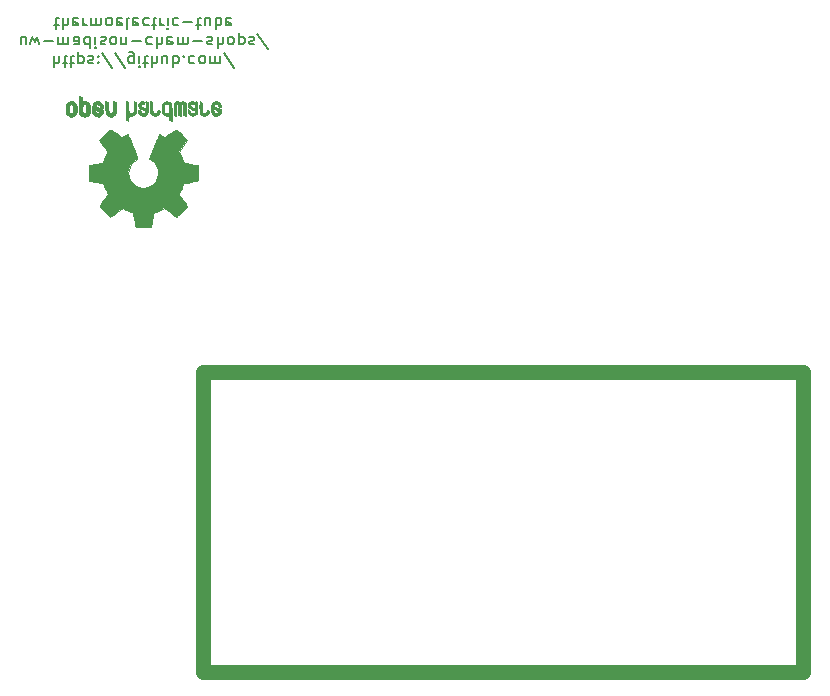
<source format=gbr>
G04 #@! TF.GenerationSoftware,KiCad,Pcbnew,6.0.6+dfsg-1*
G04 #@! TF.CreationDate,2022-07-08T16:57:29-05:00*
G04 #@! TF.ProjectId,thermoelectric-tube,74686572-6d6f-4656-9c65-63747269632d,C*
G04 #@! TF.SameCoordinates,Original*
G04 #@! TF.FileFunction,Legend,Bot*
G04 #@! TF.FilePolarity,Positive*
%FSLAX46Y46*%
G04 Gerber Fmt 4.6, Leading zero omitted, Abs format (unit mm)*
G04 Created by KiCad (PCBNEW 6.0.6+dfsg-1) date 2022-07-08 16:57:29*
%MOMM*%
%LPD*%
G01*
G04 APERTURE LIST*
%ADD10C,1.270000*%
%ADD11C,0.150000*%
%ADD12C,0.010000*%
G04 APERTURE END LIST*
D10*
X88900000Y-101600000D02*
X139700000Y-101600000D01*
X88900000Y-76200000D02*
X88900000Y-101600000D01*
X139700000Y-76200000D02*
X139700000Y-101600000D01*
X139700000Y-76200000D02*
X88900000Y-76200000D01*
D11*
X76248571Y-49417619D02*
X76248571Y-50417619D01*
X76677142Y-49417619D02*
X76677142Y-49941428D01*
X76629523Y-50036666D01*
X76534285Y-50084285D01*
X76391428Y-50084285D01*
X76296190Y-50036666D01*
X76248571Y-49989047D01*
X77010476Y-50084285D02*
X77391428Y-50084285D01*
X77153333Y-50417619D02*
X77153333Y-49560476D01*
X77200952Y-49465238D01*
X77296190Y-49417619D01*
X77391428Y-49417619D01*
X77581904Y-50084285D02*
X77962857Y-50084285D01*
X77724761Y-50417619D02*
X77724761Y-49560476D01*
X77772380Y-49465238D01*
X77867619Y-49417619D01*
X77962857Y-49417619D01*
X78296190Y-50084285D02*
X78296190Y-49084285D01*
X78296190Y-50036666D02*
X78391428Y-50084285D01*
X78581904Y-50084285D01*
X78677142Y-50036666D01*
X78724761Y-49989047D01*
X78772380Y-49893809D01*
X78772380Y-49608095D01*
X78724761Y-49512857D01*
X78677142Y-49465238D01*
X78581904Y-49417619D01*
X78391428Y-49417619D01*
X78296190Y-49465238D01*
X79153333Y-49465238D02*
X79248571Y-49417619D01*
X79439047Y-49417619D01*
X79534285Y-49465238D01*
X79581904Y-49560476D01*
X79581904Y-49608095D01*
X79534285Y-49703333D01*
X79439047Y-49750952D01*
X79296190Y-49750952D01*
X79200952Y-49798571D01*
X79153333Y-49893809D01*
X79153333Y-49941428D01*
X79200952Y-50036666D01*
X79296190Y-50084285D01*
X79439047Y-50084285D01*
X79534285Y-50036666D01*
X80010476Y-49512857D02*
X80058095Y-49465238D01*
X80010476Y-49417619D01*
X79962857Y-49465238D01*
X80010476Y-49512857D01*
X80010476Y-49417619D01*
X80010476Y-50036666D02*
X80058095Y-49989047D01*
X80010476Y-49941428D01*
X79962857Y-49989047D01*
X80010476Y-50036666D01*
X80010476Y-49941428D01*
X81200952Y-50465238D02*
X80343809Y-49179523D01*
X82248571Y-50465238D02*
X81391428Y-49179523D01*
X83010476Y-50084285D02*
X83010476Y-49274761D01*
X82962857Y-49179523D01*
X82915238Y-49131904D01*
X82819999Y-49084285D01*
X82677142Y-49084285D01*
X82581904Y-49131904D01*
X83010476Y-49465238D02*
X82915238Y-49417619D01*
X82724761Y-49417619D01*
X82629523Y-49465238D01*
X82581904Y-49512857D01*
X82534285Y-49608095D01*
X82534285Y-49893809D01*
X82581904Y-49989047D01*
X82629523Y-50036666D01*
X82724761Y-50084285D01*
X82915238Y-50084285D01*
X83010476Y-50036666D01*
X83486666Y-49417619D02*
X83486666Y-50084285D01*
X83486666Y-50417619D02*
X83439047Y-50370000D01*
X83486666Y-50322380D01*
X83534285Y-50370000D01*
X83486666Y-50417619D01*
X83486666Y-50322380D01*
X83819999Y-50084285D02*
X84200952Y-50084285D01*
X83962857Y-50417619D02*
X83962857Y-49560476D01*
X84010476Y-49465238D01*
X84105714Y-49417619D01*
X84200952Y-49417619D01*
X84534285Y-49417619D02*
X84534285Y-50417619D01*
X84962857Y-49417619D02*
X84962857Y-49941428D01*
X84915238Y-50036666D01*
X84819999Y-50084285D01*
X84677142Y-50084285D01*
X84581904Y-50036666D01*
X84534285Y-49989047D01*
X85867619Y-50084285D02*
X85867619Y-49417619D01*
X85439047Y-50084285D02*
X85439047Y-49560476D01*
X85486666Y-49465238D01*
X85581904Y-49417619D01*
X85724761Y-49417619D01*
X85819999Y-49465238D01*
X85867619Y-49512857D01*
X86343809Y-49417619D02*
X86343809Y-50417619D01*
X86343809Y-50036666D02*
X86439047Y-50084285D01*
X86629523Y-50084285D01*
X86724761Y-50036666D01*
X86772380Y-49989047D01*
X86819999Y-49893809D01*
X86819999Y-49608095D01*
X86772380Y-49512857D01*
X86724761Y-49465238D01*
X86629523Y-49417619D01*
X86439047Y-49417619D01*
X86343809Y-49465238D01*
X87248571Y-49512857D02*
X87296190Y-49465238D01*
X87248571Y-49417619D01*
X87200952Y-49465238D01*
X87248571Y-49512857D01*
X87248571Y-49417619D01*
X88153333Y-49465238D02*
X88058095Y-49417619D01*
X87867619Y-49417619D01*
X87772380Y-49465238D01*
X87724761Y-49512857D01*
X87677142Y-49608095D01*
X87677142Y-49893809D01*
X87724761Y-49989047D01*
X87772380Y-50036666D01*
X87867619Y-50084285D01*
X88058095Y-50084285D01*
X88153333Y-50036666D01*
X88724761Y-49417619D02*
X88629523Y-49465238D01*
X88581904Y-49512857D01*
X88534285Y-49608095D01*
X88534285Y-49893809D01*
X88581904Y-49989047D01*
X88629523Y-50036666D01*
X88724761Y-50084285D01*
X88867619Y-50084285D01*
X88962857Y-50036666D01*
X89010476Y-49989047D01*
X89058095Y-49893809D01*
X89058095Y-49608095D01*
X89010476Y-49512857D01*
X88962857Y-49465238D01*
X88867619Y-49417619D01*
X88724761Y-49417619D01*
X89486666Y-49417619D02*
X89486666Y-50084285D01*
X89486666Y-49989047D02*
X89534285Y-50036666D01*
X89629523Y-50084285D01*
X89772380Y-50084285D01*
X89867619Y-50036666D01*
X89915238Y-49941428D01*
X89915238Y-49417619D01*
X89915238Y-49941428D02*
X89962857Y-50036666D01*
X90058095Y-50084285D01*
X90200952Y-50084285D01*
X90296190Y-50036666D01*
X90343809Y-49941428D01*
X90343809Y-49417619D01*
X91534285Y-50465238D02*
X90677142Y-49179523D01*
X73867619Y-48474285D02*
X73867619Y-47807619D01*
X73439047Y-48474285D02*
X73439047Y-47950476D01*
X73486666Y-47855238D01*
X73581904Y-47807619D01*
X73724761Y-47807619D01*
X73820000Y-47855238D01*
X73867619Y-47902857D01*
X74248571Y-48474285D02*
X74439047Y-47807619D01*
X74629523Y-48283809D01*
X74820000Y-47807619D01*
X75010476Y-48474285D01*
X75391428Y-48188571D02*
X76153333Y-48188571D01*
X76629523Y-47807619D02*
X76629523Y-48474285D01*
X76629523Y-48379047D02*
X76677142Y-48426666D01*
X76772380Y-48474285D01*
X76915238Y-48474285D01*
X77010476Y-48426666D01*
X77058095Y-48331428D01*
X77058095Y-47807619D01*
X77058095Y-48331428D02*
X77105714Y-48426666D01*
X77200952Y-48474285D01*
X77343809Y-48474285D01*
X77439047Y-48426666D01*
X77486666Y-48331428D01*
X77486666Y-47807619D01*
X78391428Y-47807619D02*
X78391428Y-48331428D01*
X78343809Y-48426666D01*
X78248571Y-48474285D01*
X78058095Y-48474285D01*
X77962857Y-48426666D01*
X78391428Y-47855238D02*
X78296190Y-47807619D01*
X78058095Y-47807619D01*
X77962857Y-47855238D01*
X77915238Y-47950476D01*
X77915238Y-48045714D01*
X77962857Y-48140952D01*
X78058095Y-48188571D01*
X78296190Y-48188571D01*
X78391428Y-48236190D01*
X79296190Y-47807619D02*
X79296190Y-48807619D01*
X79296190Y-47855238D02*
X79200952Y-47807619D01*
X79010476Y-47807619D01*
X78915238Y-47855238D01*
X78867619Y-47902857D01*
X78820000Y-47998095D01*
X78820000Y-48283809D01*
X78867619Y-48379047D01*
X78915238Y-48426666D01*
X79010476Y-48474285D01*
X79200952Y-48474285D01*
X79296190Y-48426666D01*
X79772380Y-47807619D02*
X79772380Y-48474285D01*
X79772380Y-48807619D02*
X79724761Y-48760000D01*
X79772380Y-48712380D01*
X79820000Y-48760000D01*
X79772380Y-48807619D01*
X79772380Y-48712380D01*
X80200952Y-47855238D02*
X80296190Y-47807619D01*
X80486666Y-47807619D01*
X80581904Y-47855238D01*
X80629523Y-47950476D01*
X80629523Y-47998095D01*
X80581904Y-48093333D01*
X80486666Y-48140952D01*
X80343809Y-48140952D01*
X80248571Y-48188571D01*
X80200952Y-48283809D01*
X80200952Y-48331428D01*
X80248571Y-48426666D01*
X80343809Y-48474285D01*
X80486666Y-48474285D01*
X80581904Y-48426666D01*
X81200952Y-47807619D02*
X81105714Y-47855238D01*
X81058095Y-47902857D01*
X81010476Y-47998095D01*
X81010476Y-48283809D01*
X81058095Y-48379047D01*
X81105714Y-48426666D01*
X81200952Y-48474285D01*
X81343809Y-48474285D01*
X81439047Y-48426666D01*
X81486666Y-48379047D01*
X81534285Y-48283809D01*
X81534285Y-47998095D01*
X81486666Y-47902857D01*
X81439047Y-47855238D01*
X81343809Y-47807619D01*
X81200952Y-47807619D01*
X81962857Y-48474285D02*
X81962857Y-47807619D01*
X81962857Y-48379047D02*
X82010476Y-48426666D01*
X82105714Y-48474285D01*
X82248571Y-48474285D01*
X82343809Y-48426666D01*
X82391428Y-48331428D01*
X82391428Y-47807619D01*
X82867619Y-48188571D02*
X83629523Y-48188571D01*
X84534285Y-47855238D02*
X84439047Y-47807619D01*
X84248571Y-47807619D01*
X84153333Y-47855238D01*
X84105714Y-47902857D01*
X84058095Y-47998095D01*
X84058095Y-48283809D01*
X84105714Y-48379047D01*
X84153333Y-48426666D01*
X84248571Y-48474285D01*
X84439047Y-48474285D01*
X84534285Y-48426666D01*
X84962857Y-47807619D02*
X84962857Y-48807619D01*
X85391428Y-47807619D02*
X85391428Y-48331428D01*
X85343809Y-48426666D01*
X85248571Y-48474285D01*
X85105714Y-48474285D01*
X85010476Y-48426666D01*
X84962857Y-48379047D01*
X86248571Y-47855238D02*
X86153333Y-47807619D01*
X85962857Y-47807619D01*
X85867619Y-47855238D01*
X85820000Y-47950476D01*
X85820000Y-48331428D01*
X85867619Y-48426666D01*
X85962857Y-48474285D01*
X86153333Y-48474285D01*
X86248571Y-48426666D01*
X86296190Y-48331428D01*
X86296190Y-48236190D01*
X85820000Y-48140952D01*
X86724761Y-47807619D02*
X86724761Y-48474285D01*
X86724761Y-48379047D02*
X86772380Y-48426666D01*
X86867619Y-48474285D01*
X87010476Y-48474285D01*
X87105714Y-48426666D01*
X87153333Y-48331428D01*
X87153333Y-47807619D01*
X87153333Y-48331428D02*
X87200952Y-48426666D01*
X87296190Y-48474285D01*
X87439047Y-48474285D01*
X87534285Y-48426666D01*
X87581904Y-48331428D01*
X87581904Y-47807619D01*
X88058095Y-48188571D02*
X88820000Y-48188571D01*
X89248571Y-47855238D02*
X89343809Y-47807619D01*
X89534285Y-47807619D01*
X89629523Y-47855238D01*
X89677142Y-47950476D01*
X89677142Y-47998095D01*
X89629523Y-48093333D01*
X89534285Y-48140952D01*
X89391428Y-48140952D01*
X89296190Y-48188571D01*
X89248571Y-48283809D01*
X89248571Y-48331428D01*
X89296190Y-48426666D01*
X89391428Y-48474285D01*
X89534285Y-48474285D01*
X89629523Y-48426666D01*
X90105714Y-47807619D02*
X90105714Y-48807619D01*
X90534285Y-47807619D02*
X90534285Y-48331428D01*
X90486666Y-48426666D01*
X90391428Y-48474285D01*
X90248571Y-48474285D01*
X90153333Y-48426666D01*
X90105714Y-48379047D01*
X91153333Y-47807619D02*
X91058095Y-47855238D01*
X91010476Y-47902857D01*
X90962857Y-47998095D01*
X90962857Y-48283809D01*
X91010476Y-48379047D01*
X91058095Y-48426666D01*
X91153333Y-48474285D01*
X91296190Y-48474285D01*
X91391428Y-48426666D01*
X91439047Y-48379047D01*
X91486666Y-48283809D01*
X91486666Y-47998095D01*
X91439047Y-47902857D01*
X91391428Y-47855238D01*
X91296190Y-47807619D01*
X91153333Y-47807619D01*
X91915238Y-48474285D02*
X91915238Y-47474285D01*
X91915238Y-48426666D02*
X92010476Y-48474285D01*
X92200952Y-48474285D01*
X92296190Y-48426666D01*
X92343809Y-48379047D01*
X92391428Y-48283809D01*
X92391428Y-47998095D01*
X92343809Y-47902857D01*
X92296190Y-47855238D01*
X92200952Y-47807619D01*
X92010476Y-47807619D01*
X91915238Y-47855238D01*
X92772380Y-47855238D02*
X92867619Y-47807619D01*
X93058095Y-47807619D01*
X93153333Y-47855238D01*
X93200952Y-47950476D01*
X93200952Y-47998095D01*
X93153333Y-48093333D01*
X93058095Y-48140952D01*
X92915238Y-48140952D01*
X92820000Y-48188571D01*
X92772380Y-48283809D01*
X92772380Y-48331428D01*
X92820000Y-48426666D01*
X92915238Y-48474285D01*
X93058095Y-48474285D01*
X93153333Y-48426666D01*
X94343809Y-48855238D02*
X93486666Y-47569523D01*
X76272380Y-46864285D02*
X76653333Y-46864285D01*
X76415238Y-47197619D02*
X76415238Y-46340476D01*
X76462857Y-46245238D01*
X76558095Y-46197619D01*
X76653333Y-46197619D01*
X76986666Y-46197619D02*
X76986666Y-47197619D01*
X77415238Y-46197619D02*
X77415238Y-46721428D01*
X77367619Y-46816666D01*
X77272380Y-46864285D01*
X77129523Y-46864285D01*
X77034285Y-46816666D01*
X76986666Y-46769047D01*
X78272380Y-46245238D02*
X78177142Y-46197619D01*
X77986666Y-46197619D01*
X77891428Y-46245238D01*
X77843809Y-46340476D01*
X77843809Y-46721428D01*
X77891428Y-46816666D01*
X77986666Y-46864285D01*
X78177142Y-46864285D01*
X78272380Y-46816666D01*
X78320000Y-46721428D01*
X78320000Y-46626190D01*
X77843809Y-46530952D01*
X78748571Y-46197619D02*
X78748571Y-46864285D01*
X78748571Y-46673809D02*
X78796190Y-46769047D01*
X78843809Y-46816666D01*
X78939047Y-46864285D01*
X79034285Y-46864285D01*
X79367619Y-46197619D02*
X79367619Y-46864285D01*
X79367619Y-46769047D02*
X79415238Y-46816666D01*
X79510476Y-46864285D01*
X79653333Y-46864285D01*
X79748571Y-46816666D01*
X79796190Y-46721428D01*
X79796190Y-46197619D01*
X79796190Y-46721428D02*
X79843809Y-46816666D01*
X79939047Y-46864285D01*
X80081904Y-46864285D01*
X80177142Y-46816666D01*
X80224761Y-46721428D01*
X80224761Y-46197619D01*
X80843809Y-46197619D02*
X80748571Y-46245238D01*
X80700952Y-46292857D01*
X80653333Y-46388095D01*
X80653333Y-46673809D01*
X80700952Y-46769047D01*
X80748571Y-46816666D01*
X80843809Y-46864285D01*
X80986666Y-46864285D01*
X81081904Y-46816666D01*
X81129523Y-46769047D01*
X81177142Y-46673809D01*
X81177142Y-46388095D01*
X81129523Y-46292857D01*
X81081904Y-46245238D01*
X80986666Y-46197619D01*
X80843809Y-46197619D01*
X81986666Y-46245238D02*
X81891428Y-46197619D01*
X81700952Y-46197619D01*
X81605714Y-46245238D01*
X81558095Y-46340476D01*
X81558095Y-46721428D01*
X81605714Y-46816666D01*
X81700952Y-46864285D01*
X81891428Y-46864285D01*
X81986666Y-46816666D01*
X82034285Y-46721428D01*
X82034285Y-46626190D01*
X81558095Y-46530952D01*
X82605714Y-46197619D02*
X82510476Y-46245238D01*
X82462857Y-46340476D01*
X82462857Y-47197619D01*
X83367619Y-46245238D02*
X83272380Y-46197619D01*
X83081904Y-46197619D01*
X82986666Y-46245238D01*
X82939047Y-46340476D01*
X82939047Y-46721428D01*
X82986666Y-46816666D01*
X83081904Y-46864285D01*
X83272380Y-46864285D01*
X83367619Y-46816666D01*
X83415238Y-46721428D01*
X83415238Y-46626190D01*
X82939047Y-46530952D01*
X84272380Y-46245238D02*
X84177142Y-46197619D01*
X83986666Y-46197619D01*
X83891428Y-46245238D01*
X83843809Y-46292857D01*
X83796190Y-46388095D01*
X83796190Y-46673809D01*
X83843809Y-46769047D01*
X83891428Y-46816666D01*
X83986666Y-46864285D01*
X84177142Y-46864285D01*
X84272380Y-46816666D01*
X84558095Y-46864285D02*
X84939047Y-46864285D01*
X84700952Y-47197619D02*
X84700952Y-46340476D01*
X84748571Y-46245238D01*
X84843809Y-46197619D01*
X84939047Y-46197619D01*
X85272380Y-46197619D02*
X85272380Y-46864285D01*
X85272380Y-46673809D02*
X85320000Y-46769047D01*
X85367619Y-46816666D01*
X85462857Y-46864285D01*
X85558095Y-46864285D01*
X85891428Y-46197619D02*
X85891428Y-46864285D01*
X85891428Y-47197619D02*
X85843809Y-47150000D01*
X85891428Y-47102380D01*
X85939047Y-47150000D01*
X85891428Y-47197619D01*
X85891428Y-47102380D01*
X86796190Y-46245238D02*
X86700952Y-46197619D01*
X86510476Y-46197619D01*
X86415238Y-46245238D01*
X86367619Y-46292857D01*
X86320000Y-46388095D01*
X86320000Y-46673809D01*
X86367619Y-46769047D01*
X86415238Y-46816666D01*
X86510476Y-46864285D01*
X86700952Y-46864285D01*
X86796190Y-46816666D01*
X87224761Y-46578571D02*
X87986666Y-46578571D01*
X88320000Y-46864285D02*
X88700952Y-46864285D01*
X88462857Y-47197619D02*
X88462857Y-46340476D01*
X88510476Y-46245238D01*
X88605714Y-46197619D01*
X88700952Y-46197619D01*
X89462857Y-46864285D02*
X89462857Y-46197619D01*
X89034285Y-46864285D02*
X89034285Y-46340476D01*
X89081904Y-46245238D01*
X89177142Y-46197619D01*
X89320000Y-46197619D01*
X89415238Y-46245238D01*
X89462857Y-46292857D01*
X89939047Y-46197619D02*
X89939047Y-47197619D01*
X89939047Y-46816666D02*
X90034285Y-46864285D01*
X90224761Y-46864285D01*
X90320000Y-46816666D01*
X90367619Y-46769047D01*
X90415238Y-46673809D01*
X90415238Y-46388095D01*
X90367619Y-46292857D01*
X90320000Y-46245238D01*
X90224761Y-46197619D01*
X90034285Y-46197619D01*
X89939047Y-46245238D01*
X91224761Y-46245238D02*
X91129523Y-46197619D01*
X90939047Y-46197619D01*
X90843809Y-46245238D01*
X90796190Y-46340476D01*
X90796190Y-46721428D01*
X90843809Y-46816666D01*
X90939047Y-46864285D01*
X91129523Y-46864285D01*
X91224761Y-46816666D01*
X91272380Y-46721428D01*
X91272380Y-46626190D01*
X90796190Y-46530952D01*
G36*
X80681617Y-53281656D02*
G01*
X80751932Y-53308480D01*
X80804576Y-53334294D01*
X80838940Y-53367569D01*
X80858907Y-53418490D01*
X80868361Y-53497239D01*
X80871186Y-53614001D01*
X80871264Y-53778958D01*
X80871664Y-53910442D01*
X80874049Y-54036606D01*
X80879741Y-54122777D01*
X80890039Y-54179328D01*
X80906245Y-54216630D01*
X80929655Y-54245057D01*
X80987207Y-54285173D01*
X81083888Y-54300294D01*
X81179535Y-54262083D01*
X81185848Y-54257190D01*
X81205523Y-54234587D01*
X81220037Y-54198336D01*
X81230606Y-54139489D01*
X81238445Y-54049099D01*
X81244773Y-53918221D01*
X81250805Y-53737905D01*
X81265402Y-53255093D01*
X81389483Y-53310717D01*
X81513563Y-53366341D01*
X81513563Y-53807149D01*
X81513049Y-53926902D01*
X81508620Y-54093494D01*
X81497406Y-54217532D01*
X81476728Y-54309013D01*
X81443907Y-54377934D01*
X81396264Y-54434293D01*
X81331123Y-54488086D01*
X81237429Y-54542281D01*
X81089825Y-54577661D01*
X80941513Y-54562311D01*
X80805152Y-54498230D01*
X80693402Y-54387416D01*
X80670239Y-54352727D01*
X80651027Y-54313410D01*
X80637402Y-54263855D01*
X80628123Y-54194432D01*
X80621950Y-54095510D01*
X80617643Y-53957461D01*
X80613962Y-53770654D01*
X80604820Y-53252458D01*
X80681617Y-53281656D01*
G37*
D12*
X80681617Y-53281656D02*
X80751932Y-53308480D01*
X80804576Y-53334294D01*
X80838940Y-53367569D01*
X80858907Y-53418490D01*
X80868361Y-53497239D01*
X80871186Y-53614001D01*
X80871264Y-53778958D01*
X80871664Y-53910442D01*
X80874049Y-54036606D01*
X80879741Y-54122777D01*
X80890039Y-54179328D01*
X80906245Y-54216630D01*
X80929655Y-54245057D01*
X80987207Y-54285173D01*
X81083888Y-54300294D01*
X81179535Y-54262083D01*
X81185848Y-54257190D01*
X81205523Y-54234587D01*
X81220037Y-54198336D01*
X81230606Y-54139489D01*
X81238445Y-54049099D01*
X81244773Y-53918221D01*
X81250805Y-53737905D01*
X81265402Y-53255093D01*
X81389483Y-53310717D01*
X81513563Y-53366341D01*
X81513563Y-53807149D01*
X81513049Y-53926902D01*
X81508620Y-54093494D01*
X81497406Y-54217532D01*
X81476728Y-54309013D01*
X81443907Y-54377934D01*
X81396264Y-54434293D01*
X81331123Y-54488086D01*
X81237429Y-54542281D01*
X81089825Y-54577661D01*
X80941513Y-54562311D01*
X80805152Y-54498230D01*
X80693402Y-54387416D01*
X80670239Y-54352727D01*
X80651027Y-54313410D01*
X80637402Y-54263855D01*
X80628123Y-54194432D01*
X80621950Y-54095510D01*
X80617643Y-53957461D01*
X80613962Y-53770654D01*
X80604820Y-53252458D01*
X80681617Y-53281656D01*
G36*
X83013824Y-53281703D02*
G01*
X83049652Y-53291856D01*
X83114954Y-53313661D01*
X83206897Y-53345712D01*
X83206851Y-53758891D01*
X83206782Y-53795674D01*
X83202919Y-53987420D01*
X83191050Y-54132414D01*
X83168275Y-54240490D01*
X83131693Y-54321481D01*
X83078405Y-54385222D01*
X83005510Y-54441545D01*
X82934414Y-54476801D01*
X82820745Y-54504054D01*
X82708940Y-54505602D01*
X82622989Y-54479090D01*
X82616527Y-54475429D01*
X82596599Y-54475821D01*
X82582981Y-54506494D01*
X82573154Y-54576812D01*
X82564598Y-54696143D01*
X82550000Y-54941027D01*
X82455115Y-54901003D01*
X82360230Y-54860980D01*
X82360230Y-54071294D01*
X82360231Y-54062080D01*
X82360623Y-53854917D01*
X82361671Y-53668568D01*
X82363278Y-53510547D01*
X82365345Y-53388370D01*
X82367775Y-53309552D01*
X82370471Y-53281609D01*
X82371525Y-53281703D01*
X82407353Y-53291856D01*
X82472655Y-53313661D01*
X82564598Y-53345712D01*
X82564598Y-53757009D01*
X82565182Y-53918615D01*
X82567896Y-54035823D01*
X82574142Y-54115585D01*
X82585320Y-54168469D01*
X82602832Y-54205043D01*
X82628078Y-54235877D01*
X82645290Y-54252275D01*
X82738364Y-54297693D01*
X82840949Y-54293672D01*
X82934957Y-54239968D01*
X82948642Y-54226641D01*
X82970561Y-54198968D01*
X82985560Y-54162386D01*
X82994947Y-54107000D01*
X83000032Y-54022912D01*
X83002123Y-53900227D01*
X83002529Y-53729049D01*
X83002724Y-53642231D01*
X83003990Y-53499435D01*
X83006239Y-53385077D01*
X83009242Y-53309140D01*
X83012770Y-53281609D01*
X83013824Y-53281703D01*
G37*
X83013824Y-53281703D02*
X83049652Y-53291856D01*
X83114954Y-53313661D01*
X83206897Y-53345712D01*
X83206851Y-53758891D01*
X83206782Y-53795674D01*
X83202919Y-53987420D01*
X83191050Y-54132414D01*
X83168275Y-54240490D01*
X83131693Y-54321481D01*
X83078405Y-54385222D01*
X83005510Y-54441545D01*
X82934414Y-54476801D01*
X82820745Y-54504054D01*
X82708940Y-54505602D01*
X82622989Y-54479090D01*
X82616527Y-54475429D01*
X82596599Y-54475821D01*
X82582981Y-54506494D01*
X82573154Y-54576812D01*
X82564598Y-54696143D01*
X82550000Y-54941027D01*
X82455115Y-54901003D01*
X82360230Y-54860980D01*
X82360230Y-54071294D01*
X82360231Y-54062080D01*
X82360623Y-53854917D01*
X82361671Y-53668568D01*
X82363278Y-53510547D01*
X82365345Y-53388370D01*
X82367775Y-53309552D01*
X82370471Y-53281609D01*
X82371525Y-53281703D01*
X82407353Y-53291856D01*
X82472655Y-53313661D01*
X82564598Y-53345712D01*
X82564598Y-53757009D01*
X82565182Y-53918615D01*
X82567896Y-54035823D01*
X82574142Y-54115585D01*
X82585320Y-54168469D01*
X82602832Y-54205043D01*
X82628078Y-54235877D01*
X82645290Y-54252275D01*
X82738364Y-54297693D01*
X82840949Y-54293672D01*
X82934957Y-54239968D01*
X82948642Y-54226641D01*
X82970561Y-54198968D01*
X82985560Y-54162386D01*
X82994947Y-54107000D01*
X83000032Y-54022912D01*
X83002123Y-53900227D01*
X83002529Y-53729049D01*
X83002724Y-53642231D01*
X83003990Y-53499435D01*
X83006239Y-53385077D01*
X83009242Y-53309140D01*
X83012770Y-53281609D01*
X83013824Y-53281703D01*
G36*
X84042210Y-53281794D02*
G01*
X84081018Y-53296502D01*
X84145291Y-53327544D01*
X84234120Y-53373479D01*
X84223564Y-53787372D01*
X84222829Y-53814821D01*
X84214445Y-54007483D01*
X84199634Y-54152691D01*
X84175371Y-54260113D01*
X84138636Y-54339416D01*
X84086403Y-54400270D01*
X84015652Y-54452342D01*
X84014343Y-54453158D01*
X83899944Y-54495640D01*
X83767635Y-54502816D01*
X83640005Y-54476326D01*
X83539645Y-54417809D01*
X83495495Y-54372216D01*
X83410653Y-54235928D01*
X83382069Y-54087342D01*
X83382069Y-53985118D01*
X83476037Y-54024628D01*
X83541023Y-54064496D01*
X83592237Y-54147266D01*
X83597496Y-54164331D01*
X83654097Y-54251276D01*
X83739406Y-54298242D01*
X83837359Y-54300259D01*
X83931894Y-54252356D01*
X83946007Y-54240002D01*
X83993203Y-54186317D01*
X84000997Y-54139512D01*
X83965294Y-54093554D01*
X83881997Y-54042412D01*
X83747012Y-53980052D01*
X83737882Y-53976103D01*
X83588031Y-53906228D01*
X83485684Y-53844328D01*
X83422680Y-53782524D01*
X83390862Y-53712938D01*
X83382069Y-53627692D01*
X83393591Y-53533184D01*
X83451772Y-53412215D01*
X83554125Y-53325312D01*
X83628157Y-53299222D01*
X83732633Y-53284945D01*
X83834083Y-53287994D01*
X83906528Y-53309533D01*
X83914223Y-53314896D01*
X83934659Y-53352368D01*
X83920478Y-53418409D01*
X83895839Y-53470247D01*
X83856330Y-53491828D01*
X83781398Y-53490754D01*
X83677370Y-53496945D01*
X83609395Y-53539689D01*
X83586437Y-53618811D01*
X83586458Y-53621084D01*
X83600371Y-53667014D01*
X83647697Y-53709155D01*
X83739713Y-53757728D01*
X83864849Y-53816210D01*
X83947732Y-53848025D01*
X83995580Y-53845975D01*
X84017937Y-53803949D01*
X84024351Y-53715838D01*
X84024368Y-53575531D01*
X84025083Y-53488919D01*
X84028365Y-53381959D01*
X84033700Y-53308750D01*
X84040415Y-53281609D01*
X84042210Y-53281794D01*
G37*
X84042210Y-53281794D02*
X84081018Y-53296502D01*
X84145291Y-53327544D01*
X84234120Y-53373479D01*
X84223564Y-53787372D01*
X84222829Y-53814821D01*
X84214445Y-54007483D01*
X84199634Y-54152691D01*
X84175371Y-54260113D01*
X84138636Y-54339416D01*
X84086403Y-54400270D01*
X84015652Y-54452342D01*
X84014343Y-54453158D01*
X83899944Y-54495640D01*
X83767635Y-54502816D01*
X83640005Y-54476326D01*
X83539645Y-54417809D01*
X83495495Y-54372216D01*
X83410653Y-54235928D01*
X83382069Y-54087342D01*
X83382069Y-53985118D01*
X83476037Y-54024628D01*
X83541023Y-54064496D01*
X83592237Y-54147266D01*
X83597496Y-54164331D01*
X83654097Y-54251276D01*
X83739406Y-54298242D01*
X83837359Y-54300259D01*
X83931894Y-54252356D01*
X83946007Y-54240002D01*
X83993203Y-54186317D01*
X84000997Y-54139512D01*
X83965294Y-54093554D01*
X83881997Y-54042412D01*
X83747012Y-53980052D01*
X83737882Y-53976103D01*
X83588031Y-53906228D01*
X83485684Y-53844328D01*
X83422680Y-53782524D01*
X83390862Y-53712938D01*
X83382069Y-53627692D01*
X83393591Y-53533184D01*
X83451772Y-53412215D01*
X83554125Y-53325312D01*
X83628157Y-53299222D01*
X83732633Y-53284945D01*
X83834083Y-53287994D01*
X83906528Y-53309533D01*
X83914223Y-53314896D01*
X83934659Y-53352368D01*
X83920478Y-53418409D01*
X83895839Y-53470247D01*
X83856330Y-53491828D01*
X83781398Y-53490754D01*
X83677370Y-53496945D01*
X83609395Y-53539689D01*
X83586437Y-53618811D01*
X83586458Y-53621084D01*
X83600371Y-53667014D01*
X83647697Y-53709155D01*
X83739713Y-53757728D01*
X83864849Y-53816210D01*
X83947732Y-53848025D01*
X83995580Y-53845975D01*
X84017937Y-53803949D01*
X84024351Y-53715838D01*
X84024368Y-53575531D01*
X84025083Y-53488919D01*
X84028365Y-53381959D01*
X84033700Y-53308750D01*
X84040415Y-53281609D01*
X84042210Y-53281794D01*
G36*
X86627393Y-55677643D02*
G01*
X86672391Y-55709342D01*
X86749273Y-55774819D01*
X86851279Y-55867952D01*
X86971649Y-55982619D01*
X87103621Y-56112700D01*
X87539961Y-56549768D01*
X86860267Y-57549560D01*
X86963598Y-57773114D01*
X86963904Y-57773775D01*
X87025954Y-57916286D01*
X87089360Y-58074982D01*
X87140442Y-58215632D01*
X87148173Y-58238317D01*
X87187148Y-58343630D01*
X87222293Y-58425466D01*
X87246805Y-58467699D01*
X87256788Y-58473663D01*
X87316714Y-58493671D01*
X87418468Y-58519558D01*
X87550932Y-58548630D01*
X87702989Y-58578194D01*
X87748534Y-58586533D01*
X87913315Y-58616893D01*
X88067070Y-58645491D01*
X88194322Y-58669436D01*
X88279598Y-58685840D01*
X88432874Y-58716094D01*
X88432874Y-59354355D01*
X88432840Y-59432835D01*
X88432192Y-59624297D01*
X88430280Y-59767188D01*
X88426531Y-59868811D01*
X88420378Y-59936469D01*
X88411249Y-59977464D01*
X88398573Y-59999100D01*
X88381782Y-60008680D01*
X88365526Y-60012561D01*
X88299252Y-60026290D01*
X88193521Y-60047255D01*
X88059085Y-60073412D01*
X87906698Y-60102717D01*
X87747110Y-60133123D01*
X87591075Y-60162587D01*
X87449343Y-60189063D01*
X87332669Y-60210506D01*
X87251803Y-60224872D01*
X87217497Y-60230115D01*
X87215178Y-60233280D01*
X87196526Y-60274358D01*
X87164247Y-60352956D01*
X87123609Y-60456379D01*
X87067212Y-60595727D01*
X86997786Y-60756774D01*
X86932712Y-60898709D01*
X86917798Y-60930568D01*
X86875953Y-61030331D01*
X86850882Y-61107279D01*
X86847574Y-61146870D01*
X86849280Y-61149675D01*
X86876369Y-61190995D01*
X86930073Y-61271260D01*
X87005123Y-61382650D01*
X87096254Y-61517345D01*
X87198200Y-61667524D01*
X87313070Y-61838149D01*
X87399239Y-61970689D01*
X87457869Y-62067888D01*
X87492350Y-62135766D01*
X87506074Y-62180344D01*
X87502432Y-62207639D01*
X87501206Y-62209687D01*
X87468253Y-62249464D01*
X87401073Y-62321948D01*
X87306581Y-62419954D01*
X87191694Y-62536298D01*
X87063328Y-62663795D01*
X86930169Y-62793179D01*
X86799731Y-62914791D01*
X86703881Y-62996844D01*
X86640134Y-63041440D01*
X86606004Y-63050683D01*
X86601544Y-63048607D01*
X86554579Y-63020615D01*
X86469315Y-62965916D01*
X86353741Y-62889763D01*
X86215846Y-62797408D01*
X86063619Y-62694103D01*
X85567390Y-62355235D01*
X85343293Y-62456944D01*
X85336781Y-62459891D01*
X85199196Y-62519496D01*
X85053233Y-62578778D01*
X84929425Y-62625315D01*
X84928878Y-62625507D01*
X84830586Y-62661503D01*
X84754919Y-62691905D01*
X84718220Y-62710148D01*
X84717626Y-62710810D01*
X84705167Y-62748169D01*
X84684664Y-62833129D01*
X84658093Y-62956531D01*
X84627433Y-63109218D01*
X84594664Y-63282033D01*
X84593522Y-63288226D01*
X84560807Y-63464569D01*
X84530845Y-63624257D01*
X84505575Y-63757095D01*
X84486935Y-63852887D01*
X84476865Y-63901437D01*
X84476221Y-63904127D01*
X84469592Y-63924912D01*
X84456159Y-63940534D01*
X84428554Y-63951730D01*
X84379407Y-63959238D01*
X84301347Y-63963795D01*
X84187006Y-63966137D01*
X84029014Y-63967002D01*
X83820000Y-63967126D01*
X83793738Y-63967126D01*
X83590825Y-63966955D01*
X83438105Y-63965961D01*
X83328208Y-63963407D01*
X83253765Y-63958555D01*
X83207406Y-63950669D01*
X83181761Y-63939012D01*
X83169461Y-63922847D01*
X83163135Y-63901437D01*
X83162953Y-63900668D01*
X83152559Y-63850337D01*
X83133661Y-63753112D01*
X83108198Y-63619190D01*
X83078110Y-63458765D01*
X83045336Y-63282033D01*
X83042663Y-63267572D01*
X83009990Y-63096041D01*
X82979587Y-62945375D01*
X82953432Y-62824733D01*
X82933504Y-62743271D01*
X82921780Y-62710148D01*
X82921718Y-62710095D01*
X82884771Y-62691771D01*
X82808943Y-62661323D01*
X82710575Y-62625315D01*
X82705035Y-62623360D01*
X82579276Y-62575830D01*
X82432989Y-62516217D01*
X82296707Y-62456944D01*
X82072610Y-62355235D01*
X81576382Y-62694103D01*
X81541430Y-62717937D01*
X81391720Y-62819245D01*
X81258133Y-62908425D01*
X81148657Y-62980227D01*
X81071282Y-63029397D01*
X81033996Y-63050683D01*
X81008448Y-63045804D01*
X80950445Y-63007998D01*
X80860805Y-62933130D01*
X80737043Y-62819097D01*
X80576672Y-62663795D01*
X80562321Y-62649659D01*
X80435067Y-62523001D01*
X80322031Y-62408255D01*
X80230133Y-62312609D01*
X80166293Y-62243254D01*
X80137430Y-62207380D01*
X80137336Y-62207206D01*
X80133669Y-62179894D01*
X80147192Y-62135592D01*
X80181316Y-62068239D01*
X80239452Y-61971774D01*
X80325012Y-61840137D01*
X80441406Y-61667266D01*
X80461241Y-61638088D01*
X80561555Y-61490274D01*
X80650077Y-61359423D01*
X80721535Y-61253357D01*
X80770657Y-61179898D01*
X80792169Y-61146870D01*
X80793792Y-61139874D01*
X80783613Y-61087674D01*
X80753121Y-61002439D01*
X80707288Y-60898709D01*
X80645000Y-60763049D01*
X80575452Y-60602079D01*
X80516391Y-60456379D01*
X80501748Y-60418667D01*
X80463400Y-60322378D01*
X80435230Y-60255296D01*
X80422503Y-60230115D01*
X80408455Y-60228233D01*
X80345319Y-60217349D01*
X80241981Y-60198551D01*
X80109191Y-60173885D01*
X79957703Y-60145396D01*
X79798268Y-60115127D01*
X79641639Y-60085125D01*
X79498567Y-60057434D01*
X79379805Y-60034100D01*
X79296104Y-60017167D01*
X79258218Y-60008680D01*
X79251937Y-60006287D01*
X79236627Y-59993381D01*
X79225237Y-59965904D01*
X79217197Y-59916554D01*
X79211936Y-59838027D01*
X79208884Y-59723020D01*
X79207471Y-59564230D01*
X79207127Y-59354355D01*
X79207127Y-58716094D01*
X79360402Y-58685840D01*
X79378943Y-58682215D01*
X79477404Y-58663431D01*
X79613552Y-58637907D01*
X79771913Y-58608532D01*
X79937012Y-58578194D01*
X80002027Y-58565991D01*
X80147303Y-58536303D01*
X80268374Y-58508230D01*
X80354114Y-58484464D01*
X80393399Y-58467699D01*
X80411201Y-58440306D01*
X80443611Y-58367826D01*
X80476766Y-58274023D01*
X80488436Y-58238897D01*
X80531396Y-58123591D01*
X80586808Y-57987124D01*
X80645647Y-57852046D01*
X80677116Y-57781491D01*
X80721949Y-57676105D01*
X80752760Y-57597182D01*
X80764215Y-57557947D01*
X80763578Y-57554986D01*
X80741850Y-57513361D01*
X80692854Y-57433031D01*
X80621562Y-57321780D01*
X80532946Y-57187395D01*
X80431977Y-57037660D01*
X80099739Y-56550069D01*
X80536229Y-56112851D01*
X80578445Y-56070779D01*
X80707530Y-55944847D01*
X80822893Y-55836246D01*
X80917776Y-55751097D01*
X80985418Y-55695518D01*
X81019062Y-55675632D01*
X81055598Y-55690762D01*
X81132110Y-55734199D01*
X81239804Y-55800730D01*
X81370233Y-55885133D01*
X81514948Y-55982184D01*
X81657090Y-56078036D01*
X81785322Y-56162443D01*
X81889946Y-56229150D01*
X81962829Y-56272976D01*
X81995842Y-56288736D01*
X81997777Y-56288592D01*
X82041631Y-56273055D01*
X82119402Y-56236879D01*
X82215608Y-56187215D01*
X82216619Y-56186671D01*
X82344395Y-56122674D01*
X82431949Y-56091409D01*
X82486274Y-56091323D01*
X82514359Y-56120862D01*
X82526248Y-56149939D01*
X82558332Y-56227812D01*
X82607753Y-56347525D01*
X82671882Y-56502714D01*
X82748089Y-56687016D01*
X82833745Y-56894067D01*
X82926219Y-57117504D01*
X83010038Y-57320774D01*
X83095322Y-57529351D01*
X83170778Y-57715737D01*
X83233874Y-57873593D01*
X83282077Y-57996581D01*
X83312856Y-58078361D01*
X83323678Y-58112594D01*
X83303009Y-58143985D01*
X83245591Y-58196398D01*
X83164312Y-58257296D01*
X82969180Y-58416613D01*
X82794555Y-58620193D01*
X82666765Y-58844192D01*
X82586598Y-59081997D01*
X82554840Y-59326993D01*
X82572278Y-59572567D01*
X82639699Y-59812105D01*
X82757889Y-60038993D01*
X82927636Y-60246617D01*
X83016144Y-60327473D01*
X83228196Y-60470441D01*
X83455095Y-60563648D01*
X83690209Y-60609313D01*
X83926906Y-60609656D01*
X84158554Y-60566895D01*
X84378522Y-60483250D01*
X84580178Y-60360939D01*
X84756889Y-60202183D01*
X84902023Y-60009199D01*
X85008950Y-59784207D01*
X85071036Y-59529425D01*
X85082431Y-59406623D01*
X85066754Y-59140566D01*
X84996154Y-58888144D01*
X84872718Y-58653818D01*
X84698534Y-58442048D01*
X84475689Y-58257296D01*
X84397439Y-58198877D01*
X84338756Y-58145890D01*
X84316322Y-58112644D01*
X84325268Y-58083661D01*
X84354297Y-58006004D01*
X84400974Y-57886549D01*
X84462769Y-57731638D01*
X84537150Y-57547608D01*
X84621588Y-57340800D01*
X84713551Y-57117554D01*
X84797229Y-56915258D01*
X84883634Y-56706314D01*
X84960862Y-56519502D01*
X85026284Y-56361186D01*
X85077269Y-56237731D01*
X85111188Y-56155502D01*
X85125410Y-56120862D01*
X85125575Y-56120452D01*
X85154028Y-56091202D01*
X85208618Y-56091537D01*
X85296391Y-56123020D01*
X85424392Y-56187215D01*
X85434468Y-56192620D01*
X85529519Y-56241250D01*
X85604576Y-56275672D01*
X85644158Y-56288736D01*
X85676600Y-56273298D01*
X85749105Y-56229742D01*
X85853435Y-56163249D01*
X85981461Y-56079002D01*
X86125052Y-55982184D01*
X86266532Y-55887266D01*
X86397389Y-55802510D01*
X86505708Y-55735504D01*
X86583040Y-55691471D01*
X86620938Y-55675632D01*
X86627393Y-55677643D01*
G37*
X86627393Y-55677643D02*
X86672391Y-55709342D01*
X86749273Y-55774819D01*
X86851279Y-55867952D01*
X86971649Y-55982619D01*
X87103621Y-56112700D01*
X87539961Y-56549768D01*
X86860267Y-57549560D01*
X86963598Y-57773114D01*
X86963904Y-57773775D01*
X87025954Y-57916286D01*
X87089360Y-58074982D01*
X87140442Y-58215632D01*
X87148173Y-58238317D01*
X87187148Y-58343630D01*
X87222293Y-58425466D01*
X87246805Y-58467699D01*
X87256788Y-58473663D01*
X87316714Y-58493671D01*
X87418468Y-58519558D01*
X87550932Y-58548630D01*
X87702989Y-58578194D01*
X87748534Y-58586533D01*
X87913315Y-58616893D01*
X88067070Y-58645491D01*
X88194322Y-58669436D01*
X88279598Y-58685840D01*
X88432874Y-58716094D01*
X88432874Y-59354355D01*
X88432840Y-59432835D01*
X88432192Y-59624297D01*
X88430280Y-59767188D01*
X88426531Y-59868811D01*
X88420378Y-59936469D01*
X88411249Y-59977464D01*
X88398573Y-59999100D01*
X88381782Y-60008680D01*
X88365526Y-60012561D01*
X88299252Y-60026290D01*
X88193521Y-60047255D01*
X88059085Y-60073412D01*
X87906698Y-60102717D01*
X87747110Y-60133123D01*
X87591075Y-60162587D01*
X87449343Y-60189063D01*
X87332669Y-60210506D01*
X87251803Y-60224872D01*
X87217497Y-60230115D01*
X87215178Y-60233280D01*
X87196526Y-60274358D01*
X87164247Y-60352956D01*
X87123609Y-60456379D01*
X87067212Y-60595727D01*
X86997786Y-60756774D01*
X86932712Y-60898709D01*
X86917798Y-60930568D01*
X86875953Y-61030331D01*
X86850882Y-61107279D01*
X86847574Y-61146870D01*
X86849280Y-61149675D01*
X86876369Y-61190995D01*
X86930073Y-61271260D01*
X87005123Y-61382650D01*
X87096254Y-61517345D01*
X87198200Y-61667524D01*
X87313070Y-61838149D01*
X87399239Y-61970689D01*
X87457869Y-62067888D01*
X87492350Y-62135766D01*
X87506074Y-62180344D01*
X87502432Y-62207639D01*
X87501206Y-62209687D01*
X87468253Y-62249464D01*
X87401073Y-62321948D01*
X87306581Y-62419954D01*
X87191694Y-62536298D01*
X87063328Y-62663795D01*
X86930169Y-62793179D01*
X86799731Y-62914791D01*
X86703881Y-62996844D01*
X86640134Y-63041440D01*
X86606004Y-63050683D01*
X86601544Y-63048607D01*
X86554579Y-63020615D01*
X86469315Y-62965916D01*
X86353741Y-62889763D01*
X86215846Y-62797408D01*
X86063619Y-62694103D01*
X85567390Y-62355235D01*
X85343293Y-62456944D01*
X85336781Y-62459891D01*
X85199196Y-62519496D01*
X85053233Y-62578778D01*
X84929425Y-62625315D01*
X84928878Y-62625507D01*
X84830586Y-62661503D01*
X84754919Y-62691905D01*
X84718220Y-62710148D01*
X84717626Y-62710810D01*
X84705167Y-62748169D01*
X84684664Y-62833129D01*
X84658093Y-62956531D01*
X84627433Y-63109218D01*
X84594664Y-63282033D01*
X84593522Y-63288226D01*
X84560807Y-63464569D01*
X84530845Y-63624257D01*
X84505575Y-63757095D01*
X84486935Y-63852887D01*
X84476865Y-63901437D01*
X84476221Y-63904127D01*
X84469592Y-63924912D01*
X84456159Y-63940534D01*
X84428554Y-63951730D01*
X84379407Y-63959238D01*
X84301347Y-63963795D01*
X84187006Y-63966137D01*
X84029014Y-63967002D01*
X83820000Y-63967126D01*
X83793738Y-63967126D01*
X83590825Y-63966955D01*
X83438105Y-63965961D01*
X83328208Y-63963407D01*
X83253765Y-63958555D01*
X83207406Y-63950669D01*
X83181761Y-63939012D01*
X83169461Y-63922847D01*
X83163135Y-63901437D01*
X83162953Y-63900668D01*
X83152559Y-63850337D01*
X83133661Y-63753112D01*
X83108198Y-63619190D01*
X83078110Y-63458765D01*
X83045336Y-63282033D01*
X83042663Y-63267572D01*
X83009990Y-63096041D01*
X82979587Y-62945375D01*
X82953432Y-62824733D01*
X82933504Y-62743271D01*
X82921780Y-62710148D01*
X82921718Y-62710095D01*
X82884771Y-62691771D01*
X82808943Y-62661323D01*
X82710575Y-62625315D01*
X82705035Y-62623360D01*
X82579276Y-62575830D01*
X82432989Y-62516217D01*
X82296707Y-62456944D01*
X82072610Y-62355235D01*
X81576382Y-62694103D01*
X81541430Y-62717937D01*
X81391720Y-62819245D01*
X81258133Y-62908425D01*
X81148657Y-62980227D01*
X81071282Y-63029397D01*
X81033996Y-63050683D01*
X81008448Y-63045804D01*
X80950445Y-63007998D01*
X80860805Y-62933130D01*
X80737043Y-62819097D01*
X80576672Y-62663795D01*
X80562321Y-62649659D01*
X80435067Y-62523001D01*
X80322031Y-62408255D01*
X80230133Y-62312609D01*
X80166293Y-62243254D01*
X80137430Y-62207380D01*
X80137336Y-62207206D01*
X80133669Y-62179894D01*
X80147192Y-62135592D01*
X80181316Y-62068239D01*
X80239452Y-61971774D01*
X80325012Y-61840137D01*
X80441406Y-61667266D01*
X80461241Y-61638088D01*
X80561555Y-61490274D01*
X80650077Y-61359423D01*
X80721535Y-61253357D01*
X80770657Y-61179898D01*
X80792169Y-61146870D01*
X80793792Y-61139874D01*
X80783613Y-61087674D01*
X80753121Y-61002439D01*
X80707288Y-60898709D01*
X80645000Y-60763049D01*
X80575452Y-60602079D01*
X80516391Y-60456379D01*
X80501748Y-60418667D01*
X80463400Y-60322378D01*
X80435230Y-60255296D01*
X80422503Y-60230115D01*
X80408455Y-60228233D01*
X80345319Y-60217349D01*
X80241981Y-60198551D01*
X80109191Y-60173885D01*
X79957703Y-60145396D01*
X79798268Y-60115127D01*
X79641639Y-60085125D01*
X79498567Y-60057434D01*
X79379805Y-60034100D01*
X79296104Y-60017167D01*
X79258218Y-60008680D01*
X79251937Y-60006287D01*
X79236627Y-59993381D01*
X79225237Y-59965904D01*
X79217197Y-59916554D01*
X79211936Y-59838027D01*
X79208884Y-59723020D01*
X79207471Y-59564230D01*
X79207127Y-59354355D01*
X79207127Y-58716094D01*
X79360402Y-58685840D01*
X79378943Y-58682215D01*
X79477404Y-58663431D01*
X79613552Y-58637907D01*
X79771913Y-58608532D01*
X79937012Y-58578194D01*
X80002027Y-58565991D01*
X80147303Y-58536303D01*
X80268374Y-58508230D01*
X80354114Y-58484464D01*
X80393399Y-58467699D01*
X80411201Y-58440306D01*
X80443611Y-58367826D01*
X80476766Y-58274023D01*
X80488436Y-58238897D01*
X80531396Y-58123591D01*
X80586808Y-57987124D01*
X80645647Y-57852046D01*
X80677116Y-57781491D01*
X80721949Y-57676105D01*
X80752760Y-57597182D01*
X80764215Y-57557947D01*
X80763578Y-57554986D01*
X80741850Y-57513361D01*
X80692854Y-57433031D01*
X80621562Y-57321780D01*
X80532946Y-57187395D01*
X80431977Y-57037660D01*
X80099739Y-56550069D01*
X80536229Y-56112851D01*
X80578445Y-56070779D01*
X80707530Y-55944847D01*
X80822893Y-55836246D01*
X80917776Y-55751097D01*
X80985418Y-55695518D01*
X81019062Y-55675632D01*
X81055598Y-55690762D01*
X81132110Y-55734199D01*
X81239804Y-55800730D01*
X81370233Y-55885133D01*
X81514948Y-55982184D01*
X81657090Y-56078036D01*
X81785322Y-56162443D01*
X81889946Y-56229150D01*
X81962829Y-56272976D01*
X81995842Y-56288736D01*
X81997777Y-56288592D01*
X82041631Y-56273055D01*
X82119402Y-56236879D01*
X82215608Y-56187215D01*
X82216619Y-56186671D01*
X82344395Y-56122674D01*
X82431949Y-56091409D01*
X82486274Y-56091323D01*
X82514359Y-56120862D01*
X82526248Y-56149939D01*
X82558332Y-56227812D01*
X82607753Y-56347525D01*
X82671882Y-56502714D01*
X82748089Y-56687016D01*
X82833745Y-56894067D01*
X82926219Y-57117504D01*
X83010038Y-57320774D01*
X83095322Y-57529351D01*
X83170778Y-57715737D01*
X83233874Y-57873593D01*
X83282077Y-57996581D01*
X83312856Y-58078361D01*
X83323678Y-58112594D01*
X83303009Y-58143985D01*
X83245591Y-58196398D01*
X83164312Y-58257296D01*
X82969180Y-58416613D01*
X82794555Y-58620193D01*
X82666765Y-58844192D01*
X82586598Y-59081997D01*
X82554840Y-59326993D01*
X82572278Y-59572567D01*
X82639699Y-59812105D01*
X82757889Y-60038993D01*
X82927636Y-60246617D01*
X83016144Y-60327473D01*
X83228196Y-60470441D01*
X83455095Y-60563648D01*
X83690209Y-60609313D01*
X83926906Y-60609656D01*
X84158554Y-60566895D01*
X84378522Y-60483250D01*
X84580178Y-60360939D01*
X84756889Y-60202183D01*
X84902023Y-60009199D01*
X85008950Y-59784207D01*
X85071036Y-59529425D01*
X85082431Y-59406623D01*
X85066754Y-59140566D01*
X84996154Y-58888144D01*
X84872718Y-58653818D01*
X84698534Y-58442048D01*
X84475689Y-58257296D01*
X84397439Y-58198877D01*
X84338756Y-58145890D01*
X84316322Y-58112644D01*
X84325268Y-58083661D01*
X84354297Y-58006004D01*
X84400974Y-57886549D01*
X84462769Y-57731638D01*
X84537150Y-57547608D01*
X84621588Y-57340800D01*
X84713551Y-57117554D01*
X84797229Y-56915258D01*
X84883634Y-56706314D01*
X84960862Y-56519502D01*
X85026284Y-56361186D01*
X85077269Y-56237731D01*
X85111188Y-56155502D01*
X85125410Y-56120862D01*
X85125575Y-56120452D01*
X85154028Y-56091202D01*
X85208618Y-56091537D01*
X85296391Y-56123020D01*
X85424392Y-56187215D01*
X85434468Y-56192620D01*
X85529519Y-56241250D01*
X85604576Y-56275672D01*
X85644158Y-56288736D01*
X85676600Y-56273298D01*
X85749105Y-56229742D01*
X85853435Y-56163249D01*
X85981461Y-56079002D01*
X86125052Y-55982184D01*
X86266532Y-55887266D01*
X86397389Y-55802510D01*
X86505708Y-55735504D01*
X86583040Y-55691471D01*
X86620938Y-55675632D01*
X86627393Y-55677643D01*
G36*
X77251062Y-53892256D02*
G01*
X77252645Y-53751082D01*
X77258084Y-53652715D01*
X77269357Y-53584010D01*
X77288439Y-53531819D01*
X77317306Y-53482996D01*
X77324408Y-53472865D01*
X77399556Y-53392988D01*
X77485180Y-53332747D01*
X77529148Y-53313198D01*
X77687139Y-53280592D01*
X77843387Y-53301683D01*
X77987382Y-53373751D01*
X78108615Y-53494078D01*
X78118850Y-53510197D01*
X78152153Y-53603795D01*
X78174595Y-53734121D01*
X78185484Y-53884629D01*
X78184129Y-54038773D01*
X78169839Y-54180008D01*
X78141925Y-54291787D01*
X78106051Y-54366234D01*
X78005061Y-54482032D01*
X77868221Y-54553985D01*
X77700717Y-54578719D01*
X77655981Y-54577381D01*
X77524242Y-54549992D01*
X77416032Y-54480993D01*
X77316724Y-54362136D01*
X77310816Y-54353319D01*
X77284079Y-54305892D01*
X77266688Y-54252286D01*
X77256688Y-54179451D01*
X77252122Y-54074341D01*
X77251107Y-53933981D01*
X77542989Y-53933981D01*
X77545899Y-54058778D01*
X77560418Y-54177674D01*
X77590390Y-54252816D01*
X77639411Y-54292107D01*
X77711076Y-54303448D01*
X77738368Y-54301193D01*
X77814824Y-54259840D01*
X77865350Y-54167100D01*
X77889616Y-54023853D01*
X77887294Y-53830980D01*
X77886361Y-53818567D01*
X77872758Y-53712143D01*
X77848535Y-53644654D01*
X77807635Y-53598416D01*
X77739059Y-53555105D01*
X77671236Y-53552828D01*
X77601379Y-53602759D01*
X77589229Y-53615898D01*
X77565425Y-53655215D01*
X77551372Y-53712326D01*
X77544687Y-53800744D01*
X77542989Y-53933981D01*
X77251107Y-53933981D01*
X77251035Y-53923908D01*
X77251062Y-53892256D01*
G37*
X77251062Y-53892256D02*
X77252645Y-53751082D01*
X77258084Y-53652715D01*
X77269357Y-53584010D01*
X77288439Y-53531819D01*
X77317306Y-53482996D01*
X77324408Y-53472865D01*
X77399556Y-53392988D01*
X77485180Y-53332747D01*
X77529148Y-53313198D01*
X77687139Y-53280592D01*
X77843387Y-53301683D01*
X77987382Y-53373751D01*
X78108615Y-53494078D01*
X78118850Y-53510197D01*
X78152153Y-53603795D01*
X78174595Y-53734121D01*
X78185484Y-53884629D01*
X78184129Y-54038773D01*
X78169839Y-54180008D01*
X78141925Y-54291787D01*
X78106051Y-54366234D01*
X78005061Y-54482032D01*
X77868221Y-54553985D01*
X77700717Y-54578719D01*
X77655981Y-54577381D01*
X77524242Y-54549992D01*
X77416032Y-54480993D01*
X77316724Y-54362136D01*
X77310816Y-54353319D01*
X77284079Y-54305892D01*
X77266688Y-54252286D01*
X77256688Y-54179451D01*
X77252122Y-54074341D01*
X77251107Y-53933981D01*
X77542989Y-53933981D01*
X77545899Y-54058778D01*
X77560418Y-54177674D01*
X77590390Y-54252816D01*
X77639411Y-54292107D01*
X77711076Y-54303448D01*
X77738368Y-54301193D01*
X77814824Y-54259840D01*
X77865350Y-54167100D01*
X77889616Y-54023853D01*
X77887294Y-53830980D01*
X77886361Y-53818567D01*
X77872758Y-53712143D01*
X77848535Y-53644654D01*
X77807635Y-53598416D01*
X77739059Y-53555105D01*
X77671236Y-53552828D01*
X77601379Y-53602759D01*
X77589229Y-53615898D01*
X77565425Y-53655215D01*
X77551372Y-53712326D01*
X77544687Y-53800744D01*
X77542989Y-53933981D01*
X77251107Y-53933981D01*
X77251035Y-53923908D01*
X77251062Y-53892256D01*
G36*
X88621091Y-53290728D02*
G01*
X88679661Y-53315491D01*
X88681419Y-53316293D01*
X88711833Y-53332215D01*
X88732288Y-53354062D01*
X88744760Y-53392328D01*
X88751223Y-53457505D01*
X88753652Y-53560087D01*
X88754023Y-53710567D01*
X88754771Y-53806026D01*
X88762744Y-53985429D01*
X88781002Y-54116837D01*
X88811474Y-54207141D01*
X88856088Y-54263233D01*
X88916774Y-54292006D01*
X88925193Y-54294011D01*
X89038861Y-54295577D01*
X89127508Y-54244652D01*
X89188735Y-54142555D01*
X89199654Y-54113039D01*
X89224542Y-54047717D01*
X89237146Y-54017700D01*
X89263031Y-54021836D01*
X89319561Y-54044283D01*
X89372285Y-54081353D01*
X89396322Y-54151413D01*
X89389153Y-54201594D01*
X89345103Y-54303382D01*
X89273877Y-54398765D01*
X89190585Y-54464731D01*
X89155690Y-54479982D01*
X89023557Y-54505479D01*
X88883275Y-54495381D01*
X88762739Y-54450607D01*
X88712612Y-54416966D01*
X88661848Y-54368764D01*
X88625638Y-54307449D01*
X88601607Y-54223976D01*
X88587382Y-54109303D01*
X88580588Y-53954387D01*
X88578851Y-53750186D01*
X88579191Y-53644659D01*
X88580899Y-53500459D01*
X88583799Y-53385380D01*
X88587616Y-53309178D01*
X88592075Y-53281609D01*
X88621091Y-53290728D01*
G37*
X88621091Y-53290728D02*
X88679661Y-53315491D01*
X88681419Y-53316293D01*
X88711833Y-53332215D01*
X88732288Y-53354062D01*
X88744760Y-53392328D01*
X88751223Y-53457505D01*
X88753652Y-53560087D01*
X88754023Y-53710567D01*
X88754771Y-53806026D01*
X88762744Y-53985429D01*
X88781002Y-54116837D01*
X88811474Y-54207141D01*
X88856088Y-54263233D01*
X88916774Y-54292006D01*
X88925193Y-54294011D01*
X89038861Y-54295577D01*
X89127508Y-54244652D01*
X89188735Y-54142555D01*
X89199654Y-54113039D01*
X89224542Y-54047717D01*
X89237146Y-54017700D01*
X89263031Y-54021836D01*
X89319561Y-54044283D01*
X89372285Y-54081353D01*
X89396322Y-54151413D01*
X89389153Y-54201594D01*
X89345103Y-54303382D01*
X89273877Y-54398765D01*
X89190585Y-54464731D01*
X89155690Y-54479982D01*
X89023557Y-54505479D01*
X88883275Y-54495381D01*
X88762739Y-54450607D01*
X88712612Y-54416966D01*
X88661848Y-54368764D01*
X88625638Y-54307449D01*
X88601607Y-54223976D01*
X88587382Y-54109303D01*
X88580588Y-53954387D01*
X88578851Y-53750186D01*
X88579191Y-53644659D01*
X88580899Y-53500459D01*
X88583799Y-53385380D01*
X88587616Y-53309178D01*
X88592075Y-53281609D01*
X88621091Y-53290728D01*
G36*
X88270746Y-53290728D02*
G01*
X88329316Y-53315491D01*
X88403678Y-53349373D01*
X88403678Y-53784067D01*
X88403203Y-53895492D01*
X88398707Y-54064699D01*
X88387253Y-54190231D01*
X88366172Y-54281637D01*
X88332794Y-54348468D01*
X88284450Y-54400274D01*
X88218469Y-54446607D01*
X88134406Y-54484844D01*
X87979193Y-54507816D01*
X87908372Y-54505190D01*
X87845806Y-54489298D01*
X87787554Y-54449678D01*
X87712582Y-54375924D01*
X87664367Y-54323837D01*
X87614142Y-54256214D01*
X87591490Y-54192832D01*
X87586207Y-54112416D01*
X87586207Y-53980799D01*
X87675965Y-54027215D01*
X87747096Y-54083775D01*
X87795817Y-54159960D01*
X87804186Y-54180674D01*
X87867944Y-54260959D01*
X87956530Y-54301216D01*
X88053127Y-54297298D01*
X88140920Y-54245057D01*
X88178064Y-54202630D01*
X88199700Y-54148353D01*
X88176539Y-54100046D01*
X88104521Y-54051455D01*
X87979590Y-53996323D01*
X87960632Y-53988708D01*
X87846895Y-53938875D01*
X87749294Y-53889735D01*
X87687197Y-53850920D01*
X87625001Y-53781589D01*
X87583654Y-53670949D01*
X87588043Y-53552218D01*
X87636963Y-53439852D01*
X87729203Y-53348310D01*
X87803890Y-53309342D01*
X87948168Y-53282056D01*
X88028344Y-53285737D01*
X88102565Y-53305640D01*
X88131040Y-53347402D01*
X88120392Y-53416180D01*
X88117295Y-53425274D01*
X88092732Y-53473502D01*
X88051835Y-53491755D01*
X87973921Y-53490534D01*
X87918909Y-53488874D01*
X87854541Y-53503119D01*
X87810439Y-53545708D01*
X87785320Y-53598143D01*
X87782519Y-53653071D01*
X87782648Y-53653392D01*
X87815215Y-53683072D01*
X87884917Y-53726265D01*
X87975102Y-53774539D01*
X88069117Y-53819461D01*
X88150311Y-53852598D01*
X88202032Y-53865517D01*
X88209726Y-53852866D01*
X88219412Y-53793332D01*
X88226046Y-53696113D01*
X88228506Y-53573563D01*
X88229078Y-53488737D01*
X88231775Y-53381906D01*
X88236179Y-53308743D01*
X88241730Y-53281609D01*
X88270746Y-53290728D01*
G37*
X88270746Y-53290728D02*
X88329316Y-53315491D01*
X88403678Y-53349373D01*
X88403678Y-53784067D01*
X88403203Y-53895492D01*
X88398707Y-54064699D01*
X88387253Y-54190231D01*
X88366172Y-54281637D01*
X88332794Y-54348468D01*
X88284450Y-54400274D01*
X88218469Y-54446607D01*
X88134406Y-54484844D01*
X87979193Y-54507816D01*
X87908372Y-54505190D01*
X87845806Y-54489298D01*
X87787554Y-54449678D01*
X87712582Y-54375924D01*
X87664367Y-54323837D01*
X87614142Y-54256214D01*
X87591490Y-54192832D01*
X87586207Y-54112416D01*
X87586207Y-53980799D01*
X87675965Y-54027215D01*
X87747096Y-54083775D01*
X87795817Y-54159960D01*
X87804186Y-54180674D01*
X87867944Y-54260959D01*
X87956530Y-54301216D01*
X88053127Y-54297298D01*
X88140920Y-54245057D01*
X88178064Y-54202630D01*
X88199700Y-54148353D01*
X88176539Y-54100046D01*
X88104521Y-54051455D01*
X87979590Y-53996323D01*
X87960632Y-53988708D01*
X87846895Y-53938875D01*
X87749294Y-53889735D01*
X87687197Y-53850920D01*
X87625001Y-53781589D01*
X87583654Y-53670949D01*
X87588043Y-53552218D01*
X87636963Y-53439852D01*
X87729203Y-53348310D01*
X87803890Y-53309342D01*
X87948168Y-53282056D01*
X88028344Y-53285737D01*
X88102565Y-53305640D01*
X88131040Y-53347402D01*
X88120392Y-53416180D01*
X88117295Y-53425274D01*
X88092732Y-53473502D01*
X88051835Y-53491755D01*
X87973921Y-53490534D01*
X87918909Y-53488874D01*
X87854541Y-53503119D01*
X87810439Y-53545708D01*
X87785320Y-53598143D01*
X87782519Y-53653071D01*
X87782648Y-53653392D01*
X87815215Y-53683072D01*
X87884917Y-53726265D01*
X87975102Y-53774539D01*
X88069117Y-53819461D01*
X88150311Y-53852598D01*
X88202032Y-53865517D01*
X88209726Y-53852866D01*
X88219412Y-53793332D01*
X88226046Y-53696113D01*
X88228506Y-53573563D01*
X88229078Y-53488737D01*
X88231775Y-53381906D01*
X88236179Y-53308743D01*
X88241730Y-53281609D01*
X88270746Y-53290728D01*
G36*
X86707850Y-53294066D02*
G01*
X86743571Y-53298506D01*
X86835699Y-53307898D01*
X86900115Y-53311639D01*
X86919222Y-53311067D01*
X86997610Y-53304874D01*
X87092380Y-53294066D01*
X87122702Y-53290353D01*
X87199089Y-53288893D01*
X87254978Y-53311953D01*
X87318645Y-53368883D01*
X87411035Y-53461273D01*
X87411035Y-53984545D01*
X87410315Y-54139179D01*
X87408071Y-54286609D01*
X87404579Y-54403347D01*
X87400124Y-54480160D01*
X87394987Y-54507816D01*
X87393910Y-54507742D01*
X87356593Y-54493981D01*
X87293543Y-54463656D01*
X87208146Y-54419495D01*
X87200107Y-53960035D01*
X87192069Y-53500575D01*
X87016897Y-53500575D01*
X87008908Y-54004195D01*
X87006376Y-54141096D01*
X87002751Y-54287421D01*
X86998823Y-54403589D01*
X86994920Y-54480191D01*
X86991368Y-54507816D01*
X86990347Y-54507719D01*
X86954949Y-54497557D01*
X86889874Y-54475765D01*
X86797931Y-54443713D01*
X86797484Y-54001339D01*
X86797036Y-53924493D01*
X86793931Y-53775166D01*
X86788378Y-53650456D01*
X86780967Y-53561621D01*
X86772286Y-53519917D01*
X86741229Y-53497611D01*
X86677848Y-53490722D01*
X86608161Y-53500575D01*
X86600173Y-54004195D01*
X86597314Y-54132172D01*
X86591386Y-54283652D01*
X86583635Y-54402470D01*
X86574657Y-54480050D01*
X86565052Y-54507816D01*
X86527590Y-54499030D01*
X86463558Y-54473934D01*
X86389195Y-54440053D01*
X86389195Y-53461273D01*
X86481585Y-53368883D01*
X86502690Y-53348165D01*
X86561153Y-53302115D01*
X86620114Y-53287199D01*
X86707850Y-53294066D01*
G37*
X86707850Y-53294066D02*
X86743571Y-53298506D01*
X86835699Y-53307898D01*
X86900115Y-53311639D01*
X86919222Y-53311067D01*
X86997610Y-53304874D01*
X87092380Y-53294066D01*
X87122702Y-53290353D01*
X87199089Y-53288893D01*
X87254978Y-53311953D01*
X87318645Y-53368883D01*
X87411035Y-53461273D01*
X87411035Y-53984545D01*
X87410315Y-54139179D01*
X87408071Y-54286609D01*
X87404579Y-54403347D01*
X87400124Y-54480160D01*
X87394987Y-54507816D01*
X87393910Y-54507742D01*
X87356593Y-54493981D01*
X87293543Y-54463656D01*
X87208146Y-54419495D01*
X87200107Y-53960035D01*
X87192069Y-53500575D01*
X87016897Y-53500575D01*
X87008908Y-54004195D01*
X87006376Y-54141096D01*
X87002751Y-54287421D01*
X86998823Y-54403589D01*
X86994920Y-54480191D01*
X86991368Y-54507816D01*
X86990347Y-54507719D01*
X86954949Y-54497557D01*
X86889874Y-54475765D01*
X86797931Y-54443713D01*
X86797484Y-54001339D01*
X86797036Y-53924493D01*
X86793931Y-53775166D01*
X86788378Y-53650456D01*
X86780967Y-53561621D01*
X86772286Y-53519917D01*
X86741229Y-53497611D01*
X86677848Y-53490722D01*
X86608161Y-53500575D01*
X86600173Y-54004195D01*
X86597314Y-54132172D01*
X86591386Y-54283652D01*
X86583635Y-54402470D01*
X86574657Y-54480050D01*
X86565052Y-54507816D01*
X86527590Y-54499030D01*
X86463558Y-54473934D01*
X86389195Y-54440053D01*
X86389195Y-53461273D01*
X86481585Y-53368883D01*
X86502690Y-53348165D01*
X86561153Y-53302115D01*
X86620114Y-53287199D01*
X86707850Y-53294066D01*
G36*
X85369781Y-53780865D02*
G01*
X85386261Y-53625680D01*
X85422117Y-53509388D01*
X85481545Y-53420589D01*
X85568743Y-53347881D01*
X85651805Y-53305850D01*
X85791291Y-53282462D01*
X85930588Y-53308035D01*
X86056490Y-53379306D01*
X86155790Y-53493009D01*
X86167781Y-53513976D01*
X86183616Y-53550709D01*
X86195362Y-53597585D01*
X86203622Y-53662645D01*
X86209002Y-53753930D01*
X86212108Y-53879481D01*
X86213543Y-54047339D01*
X86213914Y-54265545D01*
X86214023Y-54942928D01*
X86119138Y-54903181D01*
X86094051Y-54892301D01*
X86054119Y-54867732D01*
X86031261Y-54830525D01*
X86018699Y-54765459D01*
X86009655Y-54657313D01*
X86001395Y-54560212D01*
X85990477Y-54496465D01*
X85974835Y-54472677D01*
X85951264Y-54479057D01*
X85891199Y-54501475D01*
X85783855Y-54507033D01*
X85668376Y-54486272D01*
X85568743Y-54441545D01*
X85513928Y-54400144D01*
X85443548Y-54319368D01*
X85398472Y-54215805D01*
X85374504Y-54078053D01*
X85367761Y-53902894D01*
X85571724Y-53902894D01*
X85572339Y-54002513D01*
X85576593Y-54099749D01*
X85587318Y-54162498D01*
X85607293Y-54204618D01*
X85639296Y-54239968D01*
X85658095Y-54255886D01*
X85755508Y-54298765D01*
X85857563Y-54292015D01*
X85946175Y-54235877D01*
X85965251Y-54213618D01*
X85988514Y-54171707D01*
X86001964Y-54113178D01*
X86008159Y-54024120D01*
X86009655Y-53890621D01*
X86008965Y-53784356D01*
X86004600Y-53688238D01*
X85993808Y-53626189D01*
X85973874Y-53584498D01*
X85942084Y-53549457D01*
X85934636Y-53542721D01*
X85838940Y-53493008D01*
X85737688Y-53498095D01*
X85643386Y-53557638D01*
X85615306Y-53588486D01*
X85591804Y-53629382D01*
X85578678Y-53685920D01*
X85572970Y-53772343D01*
X85571724Y-53902894D01*
X85367761Y-53902894D01*
X85367447Y-53894713D01*
X85369781Y-53780865D01*
G37*
X85369781Y-53780865D02*
X85386261Y-53625680D01*
X85422117Y-53509388D01*
X85481545Y-53420589D01*
X85568743Y-53347881D01*
X85651805Y-53305850D01*
X85791291Y-53282462D01*
X85930588Y-53308035D01*
X86056490Y-53379306D01*
X86155790Y-53493009D01*
X86167781Y-53513976D01*
X86183616Y-53550709D01*
X86195362Y-53597585D01*
X86203622Y-53662645D01*
X86209002Y-53753930D01*
X86212108Y-53879481D01*
X86213543Y-54047339D01*
X86213914Y-54265545D01*
X86214023Y-54942928D01*
X86119138Y-54903181D01*
X86094051Y-54892301D01*
X86054119Y-54867732D01*
X86031261Y-54830525D01*
X86018699Y-54765459D01*
X86009655Y-54657313D01*
X86001395Y-54560212D01*
X85990477Y-54496465D01*
X85974835Y-54472677D01*
X85951264Y-54479057D01*
X85891199Y-54501475D01*
X85783855Y-54507033D01*
X85668376Y-54486272D01*
X85568743Y-54441545D01*
X85513928Y-54400144D01*
X85443548Y-54319368D01*
X85398472Y-54215805D01*
X85374504Y-54078053D01*
X85367761Y-53902894D01*
X85571724Y-53902894D01*
X85572339Y-54002513D01*
X85576593Y-54099749D01*
X85587318Y-54162498D01*
X85607293Y-54204618D01*
X85639296Y-54239968D01*
X85658095Y-54255886D01*
X85755508Y-54298765D01*
X85857563Y-54292015D01*
X85946175Y-54235877D01*
X85965251Y-54213618D01*
X85988514Y-54171707D01*
X86001964Y-54113178D01*
X86008159Y-54024120D01*
X86009655Y-53890621D01*
X86008965Y-53784356D01*
X86004600Y-53688238D01*
X85993808Y-53626189D01*
X85973874Y-53584498D01*
X85942084Y-53549457D01*
X85934636Y-53542721D01*
X85838940Y-53493008D01*
X85737688Y-53498095D01*
X85643386Y-53557638D01*
X85615306Y-53588486D01*
X85591804Y-53629382D01*
X85578678Y-53685920D01*
X85572970Y-53772343D01*
X85571724Y-53902894D01*
X85367761Y-53902894D01*
X85367447Y-53894713D01*
X85369781Y-53780865D01*
G36*
X89572256Y-53811054D02*
G01*
X89579388Y-53657746D01*
X89598052Y-53545559D01*
X89632463Y-53462446D01*
X89686838Y-53396359D01*
X89765390Y-53335253D01*
X89815370Y-53307465D01*
X89895487Y-53288749D01*
X90008030Y-53290226D01*
X90070950Y-53296155D01*
X90146847Y-53314258D01*
X90207513Y-53353609D01*
X90278088Y-53426934D01*
X90287518Y-53437644D01*
X90350966Y-53520062D01*
X90381238Y-53591844D01*
X90388966Y-53676966D01*
X90388966Y-53802054D01*
X90301553Y-53769060D01*
X90237825Y-53730491D01*
X90182433Y-53639992D01*
X90170869Y-53611017D01*
X90106212Y-53528959D01*
X90018196Y-53487653D01*
X89922363Y-53491367D01*
X89834253Y-53544368D01*
X89803972Y-53577418D01*
X89776511Y-53627280D01*
X89785101Y-53672584D01*
X89834537Y-53719210D01*
X89929611Y-53773042D01*
X90075115Y-53839961D01*
X90374368Y-53970944D01*
X90382309Y-54100702D01*
X90378804Y-54197745D01*
X90334664Y-54320383D01*
X90278950Y-54387966D01*
X90163439Y-54463460D01*
X90026412Y-54501597D01*
X89884763Y-54498578D01*
X89755383Y-54450607D01*
X89726901Y-54432187D01*
X89661572Y-54375189D01*
X89616894Y-54303084D01*
X89589359Y-54205147D01*
X89575459Y-54070649D01*
X89573622Y-53982147D01*
X89749899Y-53982147D01*
X89757188Y-54062586D01*
X89775548Y-54141247D01*
X89832812Y-54240349D01*
X89915476Y-54296192D01*
X90014216Y-54303750D01*
X90119711Y-54258000D01*
X90148947Y-54235124D01*
X90184348Y-54183351D01*
X90169547Y-54132185D01*
X90102203Y-54077558D01*
X89979973Y-54015403D01*
X89959747Y-54006399D01*
X89863030Y-53964507D01*
X89790666Y-53935042D01*
X89757039Y-53923908D01*
X89751944Y-53932104D01*
X89749899Y-53982147D01*
X89573622Y-53982147D01*
X89571687Y-53888864D01*
X89572256Y-53811054D01*
G37*
X89572256Y-53811054D02*
X89579388Y-53657746D01*
X89598052Y-53545559D01*
X89632463Y-53462446D01*
X89686838Y-53396359D01*
X89765390Y-53335253D01*
X89815370Y-53307465D01*
X89895487Y-53288749D01*
X90008030Y-53290226D01*
X90070950Y-53296155D01*
X90146847Y-53314258D01*
X90207513Y-53353609D01*
X90278088Y-53426934D01*
X90287518Y-53437644D01*
X90350966Y-53520062D01*
X90381238Y-53591844D01*
X90388966Y-53676966D01*
X90388966Y-53802054D01*
X90301553Y-53769060D01*
X90237825Y-53730491D01*
X90182433Y-53639992D01*
X90170869Y-53611017D01*
X90106212Y-53528959D01*
X90018196Y-53487653D01*
X89922363Y-53491367D01*
X89834253Y-53544368D01*
X89803972Y-53577418D01*
X89776511Y-53627280D01*
X89785101Y-53672584D01*
X89834537Y-53719210D01*
X89929611Y-53773042D01*
X90075115Y-53839961D01*
X90374368Y-53970944D01*
X90382309Y-54100702D01*
X90378804Y-54197745D01*
X90334664Y-54320383D01*
X90278950Y-54387966D01*
X90163439Y-54463460D01*
X90026412Y-54501597D01*
X89884763Y-54498578D01*
X89755383Y-54450607D01*
X89726901Y-54432187D01*
X89661572Y-54375189D01*
X89616894Y-54303084D01*
X89589359Y-54205147D01*
X89575459Y-54070649D01*
X89573622Y-53982147D01*
X89749899Y-53982147D01*
X89757188Y-54062586D01*
X89775548Y-54141247D01*
X89832812Y-54240349D01*
X89915476Y-54296192D01*
X90014216Y-54303750D01*
X90119711Y-54258000D01*
X90148947Y-54235124D01*
X90184348Y-54183351D01*
X90169547Y-54132185D01*
X90102203Y-54077558D01*
X89979973Y-54015403D01*
X89959747Y-54006399D01*
X89863030Y-53964507D01*
X89790666Y-53935042D01*
X89757039Y-53923908D01*
X89751944Y-53932104D01*
X89749899Y-53982147D01*
X89573622Y-53982147D01*
X89571687Y-53888864D01*
X89572256Y-53811054D01*
G36*
X79479832Y-53785361D02*
G01*
X79485074Y-53738474D01*
X79524132Y-53571591D01*
X79594710Y-53444674D01*
X79702045Y-53347398D01*
X79708112Y-53343384D01*
X79844560Y-53286294D01*
X79987027Y-53281214D01*
X80124304Y-53324689D01*
X80245181Y-53413266D01*
X80338448Y-53543491D01*
X80340014Y-53546631D01*
X80371007Y-53627499D01*
X80393708Y-53719407D01*
X80405750Y-53805689D01*
X80404763Y-53869679D01*
X80388377Y-53894713D01*
X80373821Y-53893191D01*
X80304208Y-53865504D01*
X80225303Y-53814591D01*
X80158180Y-53755657D01*
X80123913Y-53703906D01*
X80088293Y-53633709D01*
X80015289Y-53569862D01*
X79930515Y-53544368D01*
X79899442Y-53551739D01*
X79838109Y-53588846D01*
X79784685Y-53640356D01*
X79761839Y-53687087D01*
X79761846Y-53687260D01*
X79787767Y-53708720D01*
X79856873Y-53747435D01*
X79958751Y-53797963D01*
X80082989Y-53854866D01*
X80083672Y-53855167D01*
X80218645Y-53915262D01*
X80309116Y-53958560D01*
X80363961Y-53991821D01*
X80392056Y-54021806D01*
X80402276Y-54055274D01*
X80403497Y-54098985D01*
X80392749Y-54203735D01*
X80339611Y-54346051D01*
X80250658Y-54457889D01*
X80135552Y-54535324D01*
X80003955Y-54574432D01*
X79865528Y-54571289D01*
X79729935Y-54521970D01*
X79606836Y-54422553D01*
X79538634Y-54324171D01*
X79489644Y-54183739D01*
X79481678Y-54109876D01*
X79761839Y-54109876D01*
X79776965Y-54189999D01*
X79829403Y-54262811D01*
X79905323Y-54300561D01*
X79989960Y-54296749D01*
X80068553Y-54244879D01*
X80099445Y-54209035D01*
X80106781Y-54181756D01*
X80077030Y-54155735D01*
X80002899Y-54116744D01*
X80000726Y-54115641D01*
X79913267Y-54073991D01*
X79835026Y-54040765D01*
X79785389Y-54026709D01*
X79765479Y-54045497D01*
X79761839Y-54109876D01*
X79481678Y-54109876D01*
X79470548Y-54006671D01*
X79479832Y-53785361D01*
G37*
X79479832Y-53785361D02*
X79485074Y-53738474D01*
X79524132Y-53571591D01*
X79594710Y-53444674D01*
X79702045Y-53347398D01*
X79708112Y-53343384D01*
X79844560Y-53286294D01*
X79987027Y-53281214D01*
X80124304Y-53324689D01*
X80245181Y-53413266D01*
X80338448Y-53543491D01*
X80340014Y-53546631D01*
X80371007Y-53627499D01*
X80393708Y-53719407D01*
X80405750Y-53805689D01*
X80404763Y-53869679D01*
X80388377Y-53894713D01*
X80373821Y-53893191D01*
X80304208Y-53865504D01*
X80225303Y-53814591D01*
X80158180Y-53755657D01*
X80123913Y-53703906D01*
X80088293Y-53633709D01*
X80015289Y-53569862D01*
X79930515Y-53544368D01*
X79899442Y-53551739D01*
X79838109Y-53588846D01*
X79784685Y-53640356D01*
X79761839Y-53687087D01*
X79761846Y-53687260D01*
X79787767Y-53708720D01*
X79856873Y-53747435D01*
X79958751Y-53797963D01*
X80082989Y-53854866D01*
X80083672Y-53855167D01*
X80218645Y-53915262D01*
X80309116Y-53958560D01*
X80363961Y-53991821D01*
X80392056Y-54021806D01*
X80402276Y-54055274D01*
X80403497Y-54098985D01*
X80392749Y-54203735D01*
X80339611Y-54346051D01*
X80250658Y-54457889D01*
X80135552Y-54535324D01*
X80003955Y-54574432D01*
X79865528Y-54571289D01*
X79729935Y-54521970D01*
X79606836Y-54422553D01*
X79538634Y-54324171D01*
X79489644Y-54183739D01*
X79481678Y-54109876D01*
X79761839Y-54109876D01*
X79776965Y-54189999D01*
X79829403Y-54262811D01*
X79905323Y-54300561D01*
X79989960Y-54296749D01*
X80068553Y-54244879D01*
X80099445Y-54209035D01*
X80106781Y-54181756D01*
X80077030Y-54155735D01*
X80002899Y-54116744D01*
X80000726Y-54115641D01*
X79913267Y-54073991D01*
X79835026Y-54040765D01*
X79785389Y-54026709D01*
X79765479Y-54045497D01*
X79761839Y-54109876D01*
X79481678Y-54109876D01*
X79470548Y-54006671D01*
X79479832Y-53785361D01*
G36*
X84437733Y-53289780D02*
G01*
X84502626Y-53314537D01*
X84517906Y-53321777D01*
X84541773Y-53338165D01*
X84558231Y-53365107D01*
X84568995Y-53412167D01*
X84575781Y-53488912D01*
X84580307Y-53604905D01*
X84584287Y-53769713D01*
X84585378Y-53817888D01*
X84589593Y-53970040D01*
X84595064Y-54076524D01*
X84603446Y-54147435D01*
X84616394Y-54192871D01*
X84635561Y-54222928D01*
X84662602Y-54247704D01*
X84742663Y-54291139D01*
X84841154Y-54299502D01*
X84929281Y-54266266D01*
X84992686Y-54197452D01*
X85017012Y-54099080D01*
X85017689Y-54072342D01*
X85030976Y-54023935D01*
X85070204Y-54016550D01*
X85147017Y-54045376D01*
X85164808Y-54054622D01*
X85212891Y-54108994D01*
X85213843Y-54189839D01*
X85168032Y-54301648D01*
X85126010Y-54362581D01*
X85018565Y-54449141D01*
X84885943Y-54498080D01*
X84744133Y-54504740D01*
X84609128Y-54464464D01*
X84599910Y-54459362D01*
X84524619Y-54400920D01*
X84457302Y-54325785D01*
X84445561Y-54308804D01*
X84423117Y-54269175D01*
X84407082Y-54222142D01*
X84396055Y-54157508D01*
X84388635Y-54065077D01*
X84383421Y-53934651D01*
X84379011Y-53756035D01*
X84378386Y-53725838D01*
X84376380Y-53530059D01*
X84379208Y-53391397D01*
X84386912Y-53308897D01*
X84399534Y-53281609D01*
X84437733Y-53289780D01*
G37*
X84437733Y-53289780D02*
X84502626Y-53314537D01*
X84517906Y-53321777D01*
X84541773Y-53338165D01*
X84558231Y-53365107D01*
X84568995Y-53412167D01*
X84575781Y-53488912D01*
X84580307Y-53604905D01*
X84584287Y-53769713D01*
X84585378Y-53817888D01*
X84589593Y-53970040D01*
X84595064Y-54076524D01*
X84603446Y-54147435D01*
X84616394Y-54192871D01*
X84635561Y-54222928D01*
X84662602Y-54247704D01*
X84742663Y-54291139D01*
X84841154Y-54299502D01*
X84929281Y-54266266D01*
X84992686Y-54197452D01*
X85017012Y-54099080D01*
X85017689Y-54072342D01*
X85030976Y-54023935D01*
X85070204Y-54016550D01*
X85147017Y-54045376D01*
X85164808Y-54054622D01*
X85212891Y-54108994D01*
X85213843Y-54189839D01*
X85168032Y-54301648D01*
X85126010Y-54362581D01*
X85018565Y-54449141D01*
X84885943Y-54498080D01*
X84744133Y-54504740D01*
X84609128Y-54464464D01*
X84599910Y-54459362D01*
X84524619Y-54400920D01*
X84457302Y-54325785D01*
X84445561Y-54308804D01*
X84423117Y-54269175D01*
X84407082Y-54222142D01*
X84396055Y-54157508D01*
X84388635Y-54065077D01*
X84383421Y-53934651D01*
X84379011Y-53756035D01*
X84378386Y-53725838D01*
X84376380Y-53530059D01*
X84379208Y-53391397D01*
X84386912Y-53308897D01*
X84399534Y-53281609D01*
X84437733Y-53289780D01*
G36*
X78366332Y-53566264D02*
G01*
X78365529Y-53501215D01*
X78362960Y-53283740D01*
X78362444Y-53117328D01*
X78365563Y-52996154D01*
X78373900Y-52914393D01*
X78389038Y-52866219D01*
X78412559Y-52845806D01*
X78446044Y-52847328D01*
X78491077Y-52864961D01*
X78549239Y-52892879D01*
X78561668Y-52898836D01*
X78613422Y-52927994D01*
X78640450Y-52962686D01*
X78650793Y-53020530D01*
X78652491Y-53119143D01*
X78652567Y-53296207D01*
X78834962Y-53296207D01*
X78947160Y-53301120D01*
X79035380Y-53321047D01*
X79108642Y-53361322D01*
X79114104Y-53365259D01*
X79188442Y-53431757D01*
X79240177Y-53512092D01*
X79272804Y-53617242D01*
X79289818Y-53758185D01*
X79294713Y-53945899D01*
X79293629Y-54082878D01*
X79288693Y-54186636D01*
X79277728Y-54258588D01*
X79258562Y-54312500D01*
X79229023Y-54362136D01*
X79201908Y-54400069D01*
X79103450Y-54502478D01*
X78991900Y-54558097D01*
X78851754Y-54575703D01*
X78691365Y-54558153D01*
X78552712Y-54495203D01*
X78443049Y-54384176D01*
X78434782Y-54372422D01*
X78415501Y-54341187D01*
X78400731Y-54305493D01*
X78389746Y-54257636D01*
X78381826Y-54189913D01*
X78376247Y-54094618D01*
X78372287Y-53964048D01*
X78371812Y-53937179D01*
X78652414Y-53937179D01*
X78653780Y-54012555D01*
X78668598Y-54149638D01*
X78702421Y-54239452D01*
X78758611Y-54288540D01*
X78840528Y-54303448D01*
X78875044Y-54300271D01*
X78934765Y-54268746D01*
X78974248Y-54198495D01*
X78996058Y-54083417D01*
X79002759Y-53917412D01*
X79002709Y-53890724D01*
X78999936Y-53770262D01*
X78991033Y-53691516D01*
X78973383Y-53640382D01*
X78944368Y-53602759D01*
X78942560Y-53600962D01*
X78871247Y-53552280D01*
X78802135Y-53557079D01*
X78724075Y-53616029D01*
X78704981Y-53636177D01*
X78676858Y-53677485D01*
X78661000Y-53731213D01*
X78653991Y-53812674D01*
X78652414Y-53937179D01*
X78371812Y-53937179D01*
X78369222Y-53790498D01*
X78366332Y-53566264D01*
G37*
X78366332Y-53566264D02*
X78365529Y-53501215D01*
X78362960Y-53283740D01*
X78362444Y-53117328D01*
X78365563Y-52996154D01*
X78373900Y-52914393D01*
X78389038Y-52866219D01*
X78412559Y-52845806D01*
X78446044Y-52847328D01*
X78491077Y-52864961D01*
X78549239Y-52892879D01*
X78561668Y-52898836D01*
X78613422Y-52927994D01*
X78640450Y-52962686D01*
X78650793Y-53020530D01*
X78652491Y-53119143D01*
X78652567Y-53296207D01*
X78834962Y-53296207D01*
X78947160Y-53301120D01*
X79035380Y-53321047D01*
X79108642Y-53361322D01*
X79114104Y-53365259D01*
X79188442Y-53431757D01*
X79240177Y-53512092D01*
X79272804Y-53617242D01*
X79289818Y-53758185D01*
X79294713Y-53945899D01*
X79293629Y-54082878D01*
X79288693Y-54186636D01*
X79277728Y-54258588D01*
X79258562Y-54312500D01*
X79229023Y-54362136D01*
X79201908Y-54400069D01*
X79103450Y-54502478D01*
X78991900Y-54558097D01*
X78851754Y-54575703D01*
X78691365Y-54558153D01*
X78552712Y-54495203D01*
X78443049Y-54384176D01*
X78434782Y-54372422D01*
X78415501Y-54341187D01*
X78400731Y-54305493D01*
X78389746Y-54257636D01*
X78381826Y-54189913D01*
X78376247Y-54094618D01*
X78372287Y-53964048D01*
X78371812Y-53937179D01*
X78652414Y-53937179D01*
X78653780Y-54012555D01*
X78668598Y-54149638D01*
X78702421Y-54239452D01*
X78758611Y-54288540D01*
X78840528Y-54303448D01*
X78875044Y-54300271D01*
X78934765Y-54268746D01*
X78974248Y-54198495D01*
X78996058Y-54083417D01*
X79002759Y-53917412D01*
X79002709Y-53890724D01*
X78999936Y-53770262D01*
X78991033Y-53691516D01*
X78973383Y-53640382D01*
X78944368Y-53602759D01*
X78942560Y-53600962D01*
X78871247Y-53552280D01*
X78802135Y-53557079D01*
X78724075Y-53616029D01*
X78704981Y-53636177D01*
X78676858Y-53677485D01*
X78661000Y-53731213D01*
X78653991Y-53812674D01*
X78652414Y-53937179D01*
X78371812Y-53937179D01*
X78369222Y-53790498D01*
X78366332Y-53566264D01*
M02*

</source>
